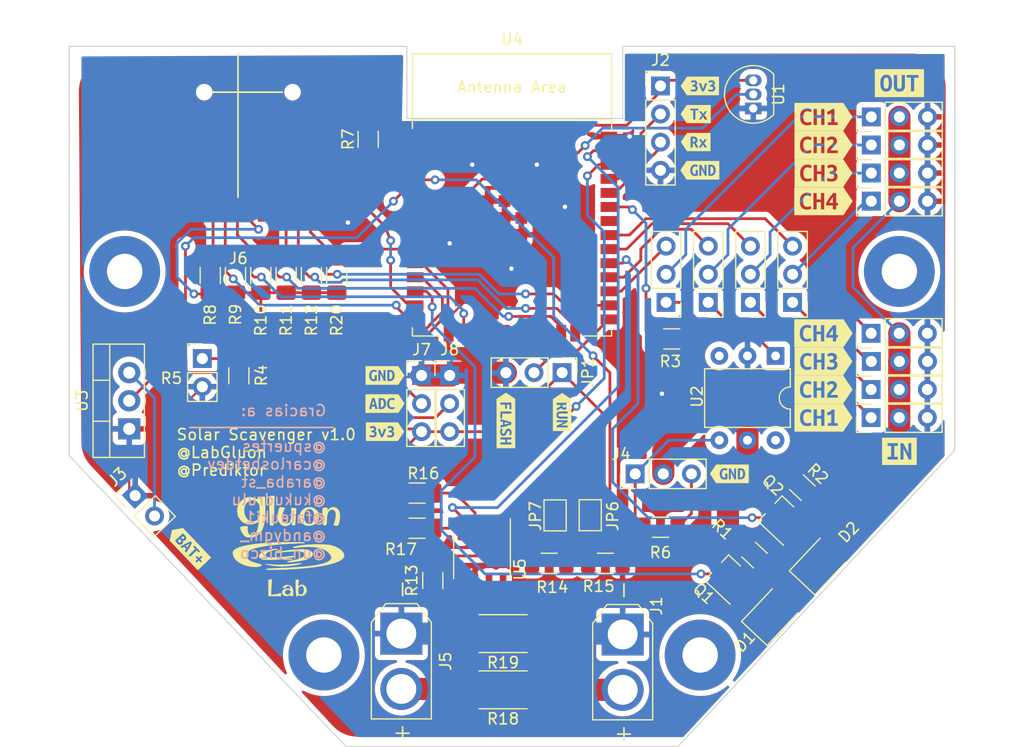
<source format=kicad_pcb>
(kicad_pcb (version 20221018) (generator pcbnew)
  (layers (0 "F.Cu" signal) (31 "B.Cu" signal) (34 "B.Paste" user) (35 "F.Paste" user) (36 "B.SilkS" user "B.Silkscreen") (37 "F.SilkS" user "F.Silkscreen") (38 "B.Mask" user) (39 "F.Mask" user) (44 "Edge.Cuts" user))
  (net 0 "")
  (net 1 "Net-(D1-K)")
  (net 2 "Net-(D1-A)")
  (net 3 "Net-(D2-K)")
  (net 4 "Net-(D2-A)")
  (net 5 "SUPPLY_IN_P")
  (net 6 "MOTOR_SUPPLY_N")
  (net 7 "+3V3")
  (net 8 "UART_TX")
  (net 9 "UART_RX")
  (net 10 "ESC_PWM")
  (net 11 "ESC_5V")
  (net 12 "ESC_GND")
  (net 13 "MOTOR_SUPPLY_P")
  (net 14 "Net-(J3-Pin_2)")
  (net 15 "/SD_DATA2")
  (net 16 "/SD_DATA3")
  (net 17 "/SD_CMD")
  (net 18 "/SD_CLK")
  (net 19 "/SD_DATA0")
  (net 20 "/SD_DATA1")
  (net 21 "ESP32_BOOT")
  (net 22 "CH1_ESP")
  (net 23 "CH2_ESP")
  (net 24 "CH3_ESP")
  (net 25 "CH4_ESP")
  (net 26 "LED_2")
  (net 27 "LED_1")
  (net 28 "PWM_TO_ESC")
  (net 29 "MOTOR_VOLTAGE")
  (net 30 "INA_SDA")
  (net 31 "INA_SCL")
  (net 32 "RUDDER_ADC")
  (net 33 "THROTTLE_ADC")
  (net 34 "Net-(J10-Pin_1)")
  (net 35 "Net-(J11-Pin_1)")
  (net 36 "Net-(J12-Pin_1)")
  (net 37 "Net-(J13-Pin_1)")
  (net 38 "Net-(J14-Pin_1)")
  (net 39 "Net-(J15-Pin_1)")
  (net 40 "Net-(J16-Pin_1)")
  (net 41 "Net-(J17-Pin_1)")
  (net 42 "Net-(JP6-B)")
  (net 43 "Net-(R3-Pad2)")
  (net 44 "LIGHT_SENSOR")
  (net 45 "Net-(R13-Pad1)")
  (net 55 "{slash}CD_DETECT")
  (net 56 "TEMP_SENSOR")
  (footprint "kibuzzard-63EE93FE" (layer "F.Cu") (at 168.148 64.008)
    (fp_text reference "kibuzzard-63EE93FE" hide)
    (fp_text value "G***" hide)
  )
  (footprint "Resistor_SMD:R_1206_3216Metric_Pad1.30x1.75mm_HandSolder" (layer "F.Cu") (at 119.587 53.708 -90)
    (fp_text reference "R11")
    (fp_text value "47k")
  )
  (footprint "Resistor_SMD:R_1206_3216Metric_Pad1.30x1.75mm_HandSolder" (layer "F.Cu") (at 127 41.402 90)
    (fp_text reference "R7")
    (fp_text value "10k")
  )
  (footprint "Connector_PinHeader_2.54mm:PinHeader_1x03_P2.54mm_Vertical" (layer "F.Cu") (at 172.451 58.928 90)
    (fp_text reference "J13" hide)
    (fp_text value "CH4_IN")
  )
  (footprint "kibuzzard-63EE9448" (layer "F.Cu") (at 168.148 58.928)
    (fp_text reference "kibuzzard-63EE9448" hide)
    (fp_text value "G***" hide)
  )
  (footprint "Connector_PinHeader_2.54mm:PinHeader_1x03_P2.54mm_Vertical" (layer "F.Cu") (at 131.826 62.738)
    (fp_text reference "J7")
    (fp_text value "RUDDER_POT")
  )
  (footprint "Connector_PinHeader_2.54mm:PinHeader_1x03_P2.54mm_Vertical" (layer "F.Cu") (at 172.466 61.468 90)
    (fp_text reference "J12" hide)
    (fp_text value "CH3_IN")
  )
  (footprint "kibuzzard-63F11F4E" (layer "F.Cu") (at 139.446 66.802 -90)
    (fp_text reference "kibuzzard-63F11F4E" hide)
    (fp_text value "G***" hide)
  )
  (footprint "Package_SO:SOIC-8_3.9x4.9mm_P1.27mm" (layer "F.Cu") (at 137.287 79.146 -90)
    (fp_text reference "U5")
    (fp_text value "INA219AxD")
  )
  (footprint "Connector_PinHeader_2.54mm:PinHeader_1x03_P2.54mm_Vertical" (layer "F.Cu") (at 144.526 62.484 -90)
    (fp_text reference "JP1")
    (fp_text value "BOOT_SELECT")
  )
  (footprint "Connector_AMASS:AMASS_XT30U-M_1x02_P5.0mm_Vertical" (layer "F.Cu") (at 150 86.146 -90)
    (fp_text reference "J1")
    (fp_text value "SolarConnector")
  )
  (footprint "LED_SMD:LED_1210_3225Metric_Pad1.42x2.65mm_HandSolder" (layer "F.Cu") (at 167.898155 79.689438 46.7)
    (fp_text reference "D2")
    (fp_text value "LED_2")
  )
  (footprint "Connector_PinHeader_2.54mm:PinHeader_1x03_P2.54mm_Vertical" (layer "F.Cu") (at 172.466 39.37 90)
    (fp_text reference "J14" hide)
    (fp_text value "CH1_OUT")
  )
  (footprint "Resistor_SMD:R_1206_3216Metric_Pad1.30x1.75mm_HandSolder" (layer "F.Cu") (at 117.301 53.708 -90)
    (fp_text reference "R10")
    (fp_text value "47k")
  )
  (footprint "Resistor_SMD:R_1206_3216Metric_Pad1.30x1.75mm_HandSolder" (layer "F.Cu") (at 153.416 76.454)
    (fp_text reference "R6")
    (fp_text value "1k")
  )
  (footprint "kibuzzard-63EE9448" (layer "F.Cu") (at 168.148 46.99)
    (fp_text reference "kibuzzard-63EE9448" hide)
    (fp_text value "G***" hide)
  )
  (footprint "Connector_PinHeader_2.54mm:PinHeader_1x03_P2.54mm_Vertical" (layer "F.Cu") (at 172.451 66.548 90)
    (fp_text reference "J10" hide)
    (fp_text value "CH1_IN")
  )
  (footprint "Connector_PinHeader_2.54mm:PinHeader_1x02_P2.54mm_Vertical" (layer "F.Cu") (at 112.014 61.214)
    (fp_text reference "R5")
    (fp_text value "R_Photo")
  )
  (footprint "Jumper:SolderJumper-2_P1.3mm_Open_Pad1.0x1.5mm" (layer "F.Cu") (at 143.891 75.383 90)
    (fp_text reference "JP7")
    (fp_text value "INA_A1")
  )
  (footprint "Connector_PinHeader_2.54mm:PinHeader_1x03_P2.54mm_Vertical" (layer "F.Cu") (at 134.366 62.738)
    (fp_text reference "J8")
    (fp_text value "THROTTLE_POt")
  )
  (footprint "MountingHole:MountingHole_3.2mm_M3_Pad" (layer "F.Cu") (at 105 53.34)
    (fp_text reference "REF**" hide)
    (fp_text value "MountingHole_3.2mm_M3_Pad")
  )
  (footprint "Package_TO_SOT_THT:TO-220-3_Vertical" (layer "F.Cu") (at 105.41 67.564 90)
    (fp_text reference "U3")
    (fp_text value "AP1117-33")
  )
  (footprint "Resistor_SMD:R_1206_3216Metric_Pad1.30x1.75mm_HandSolder" (layer "F.Cu") (at 112.729 53.708 -90)
    (fp_text reference "R8")
    (fp_text value "47k")
  )
  (footprint "Connector_PinHeader_2.54mm:PinHeader_1x03_P2.54mm_Vertical" (layer "F.Cu") (at 161.544 56.134 180)
    (fp_text reference "JP4" hide)
    (fp_text value "CH3")
  )
  (footprint "Connector_PinHeader_2.54mm:PinHeader_1x03_P2.54mm_Vertical" (layer "F.Cu") (at 172.451 64.008 90)
    (fp_text reference "J11" hide)
    (fp_text value "CH2_IN")
  )
  (footprint "MountingHole:MountingHole_3.2mm_M3_Pad" (layer "F.Cu") (at 175 53.34)
    (fp_text reference "REF**" hide)
    (fp_text value "MountingHole_3.2mm_M3_Pad")
  )
  (footprint "Connector_PinHeader_2.54mm:PinHeader_1x03_P2.54mm_Vertical" (layer "F.Cu") (at 151.13 71.628 90)
    (fp_text reference "J4")
    (fp_text value "ESC_PWM_CONTROL")
  )
  (footprint "microSD:microSD-Receptacle-SelfEject" (layer "F.Cu") (at 115.237 47.64 180)
    (fp_text reference "J6")
    (fp_text value "Micro_SD_Card")
  )
  (footprint "Connector_PinHeader_2.54mm:PinHeader_1x03_P2.54mm_Vertical" (layer "F.Cu") (at 153.924 56.134 180)
    (fp_text reference "JP2" hide)
    (fp_text value "CH1_MOTOR")
  )
  (footprint "Resistor_SMD:R_1206_3216Metric_Pad1.30x1.75mm_HandSolder" (layer "F.Cu") (at 131.419 76.541 180)
    (fp_text reference "R17")
    (fp_text value "1k")
  )
  (footprint "Resistor_SMD:R_2512_6332Metric_Pad1.40x3.35mm_HandSolder" (layer "F.Cu") (at 139.192 91.146 180)
    (fp_text reference "R18")
    (fp_text value "R100/2W")
  )
  (footprint "kibuzzard-63F12816" (layer "F.Cu") (at 128.524 62.738)
    (fp_text reference "kibuzzard-63F12816" hide)
    (fp_text value "G***" hide)
  )
  (footprint "Resistor_SMD:R_1206_3216Metric_Pad1.30x1.75mm_HandSolder" (layer "F.Cu") (at 154.432 59.436)
    (fp_text reference "R3")
    (fp_text value "220")
  )
  (footprint "Resistor_SMD:R_1206_3216Metric_Pad1.30x1.75mm_HandSolder" (layer "F.Cu") (at 148.437 79.716 180)
    (fp_text reference "R15")
    (fp_text value "330")
  )
  (footprint "Resistor_SMD:R_2512_6332Metric_Pad1.40x3.35mm_HandSolder" (layer "F.Cu") (at 139.192 86.066 180)
    (fp_text reference "R19")
    (fp_text value "R100/2W")
  )
  (footprint "kibuzzard-63F11F5A" (layer "F.Cu") (at 144.526 66.04 -90)
    (fp_text reference "kibuzzard-63F11F5A" hide)
    (fp_text value "G***" hide)
  )
  (footprint "Resistor_SMD:R_1206_3216Metric_Pad1.30x1.75mm_HandSolder" (layer "F.Cu") (at 143.357 79.716 180)
    (fp_text reference "R14")
    (fp_text value "1k")
  )
  (footprint "kibuzzard-63F12026" (layer "F.Cu") (at 159.639 71.628)
    (fp_text reference "kibuzzard-63F12026" hide)
    (fp_text value "G***" hide)
  )
  (footprint "Package_TO_SOT_THT:TO-92_Inline" (layer "F.Cu") (at 161.798 38.608 90)
    (fp_text reference "U1")
    (fp_text value "DS18B20")
  )
  (footprint "Connector_AMASS:AMASS_XT30U-M_1x02_P5.0mm_Vertical" (layer "F.Cu") (at 130 86.066 -90)
    (fp_text reference "J5")
    (fp_text value "ESC_connector")
  )
  (footprint "Resistor_SMD:R_1206_3216Metric_Pad1.30x1.75mm_HandSolder" (layer "F.Cu") (at 115.015 53.708 -90)
    (fp_text reference "R9")
    (fp_text value "47k")
  )
  (footprint "Connector_PinHeader_2.54mm:PinHeader_1x04_P2.54mm_Vertical" (layer "F.Cu") (at 153.416 36.576)
    (fp_text reference "J2")
    (fp_text value "PROGRAMMING")
  )
  (footprint "Connector_PinHeader_2.54mm:PinHeader_1x03_P2.54mm_Vertical" (layer "F.Cu") (at 172.466 46.99 90)
    (fp_text reference "J17" hide)
    (fp_text value "CH4_OUT")
  )
  (footprint "kibuzzard-63F127EF" (layer "F.Cu") (at 128.524 67.818)
    (fp_text reference "kibuzzard-63F127EF" hide)
    (fp_text value "G***" hide)
  )
  (footprint "LED_SMD:LED_1210_3225Metric_Pad1.42x2.65mm_HandSolder" (layer "F.Cu") (at 163.580155 84.261438 46.7)
    (fp_text reference "D1")
    (fp_text value "LED_1")
  )
  (footprint "Resistor_SMD:R_1206_3216Metric_Pad1.30x1.75mm_HandSolder" (layer "F.Cu") (at 166.232203 72.878456 -43.3)
    (fp_text reference "R2")
    (fp_text value "300")
  )
  (footprint "MountingHole:MountingHole_3.2mm_M3_Pad" (layer "F.Cu") (at 123 88)
    (fp_text reference "REF**" hide)
    (fp_text value "MountingHole_3.2mm_M3_Pad")
  )
  (footprint "Connector_PinHeader_2.54mm:PinHeader_1x03_P2.54mm_Vertical" (layer "F.Cu") (at 172.466 41.91 90)
    (fp_text reference "J15" hide)
    (fp_text value "CH2_OUT")
  )
  (footprint "Jumper:SolderJumper-2_P1.3mm_Open_Pad1.0x1.5mm" (layer "F.Cu") (at 147.066 75.368 90)
    (fp_text reference "JP6")
    (fp_text value "INA_A0")
  )
  (footprint "kibuzzard-63EE93D3" (layer "F.Cu") (at 168.148 66.548)
    (fp_text reference "kibuzzard-63EE93D3" hide)
    (fp_text value "G***" hide)
  )
  (footprint "kibuzzard-63F11AD1" (layer "F.Cu") (at 156.972 36.576)
    (fp_text reference "kibuzzard-63F11AD1" hide)
    (fp_text value "G***" hide)
  )
  (footprint "Package_TO_SOT_SMD:SOT-23_Handsoldering" (layer "F.Cu") (at 163.868968 75.288095 136.7)
    (fp_text reference "Q2")
    (fp_text value "IRLML2502")
  )
  (footprint "kibuzzard-63F12006" (layer "F.Cu") (at 110.744 78.232 -46.4)
    (fp_text reference "kibuzzard-63F12006" hide)
    (fp_text value "G***" hide)
  )
  (footprint "Resistor_SMD:R_1206_3216Metric_Pad1.30x1.75mm_HandSolder" (layer "F.Cu") (at 124.159 53.708 -90)
    (fp_text reference "R20")
    (fp_text value "47k")
  )
  (footprint "Resistor_SMD:R_1206_3216Metric_Pad1.30x1.75mm_HandSolder" (layer "F.Cu") (at 131.419 73.366 180)
    (fp_text reference "R16")
    (fp_text value "1k")
  )
  (footprint "Connector_PinHeader_2.54mm:PinHeader_1x02_P2.54mm_Vertical" (layer "F.Cu") (at 105.944366 73.598603 43.6)
    (fp_text reference "J3")
    (fp_text value "BatteryPack")
  )
  (footprint "kibuzzard-63EE9442" (layer "F.Cu") (at 168.148 44.45)
    (fp_text reference "kibuzzard-63EE9442" hide)
    (fp_text value "G***" hide)
  )
  (footprint "MountingHole:MountingHole_3.2mm_M3_Pad" (layer "F.Cu") (at 157 88)
    (fp_text reference "REF**" hide)
    (fp_text value "MountingHole_3.2mm_M3_Pad")
  )
  (footprint "kibuzzard-63F118F7" (layer "F.Cu") (at 175.006 69.596)
    (fp_text reference "kibuzzard-63F118F7" hide)
    (fp_text value "G***" hide)
  )
  (footprint "Resistor_SMD:R_1206_3216Metric_Pad1.30x1.75mm_HandSolder" (layer "F.Cu") (at 121.873 53.708 -90)
    (fp_text reference "R12")
    (fp_text value "47k")
  )
  (footprint "kibuzzard-63F11AC7" (layer "F.Cu") (at 156.972 44.196)
    (fp_text reference "kibuzzard-63F11AC7" hide)
    (fp_text value "G***" hide)
  )
  (footprint "Espressif:ESP32-WROOM-32E" (layer "F.Cu") (at 140 48.172)
    (fp_text reference "U4")
    (fp_text value "ESP32-WROOM-E")
  )
  (footprint "kibuzzard-63F1280A" (layer "F.Cu") (at 128.524 65.278)
    (fp_text reference "kibuzzard-63F1280A" hide)
    (fp_text value "G***" hide)
  )
  (footprint "kibuzzard-63F11AB7" (layer "F.Cu") (at 156.597816 41.646085)
    (fp_text reference "kibuzzard-63F11AB7" hide)
    (fp_text value "G***" hide)
  )
  (footprint "kibuzzard-63EE940D" (layer "F.Cu") (at 168.148 39.37)
    (fp_text reference "kibuzzard-63EE940D" hide)
    (fp_text value "G***" hide)
  )
  (footprint "Connector_PinHeader_2.54mm:PinHeader_1x03_P2.54mm_Vertical" (layer "F.Cu") (at 165.354 56.134 180)
    (fp_text reference "JP5" hide)
    (fp_text value "CH4")
  )
  (footprint "kibuzzard-63F118E7" (layer "F.Cu") (at 175.006 36.322)
    (fp_text reference "kibuzzard-63F118E7" hide)
    (fp_text value "G***" hide)
  )
  (footprint "Resistor_SMD:R_1206_3216Metric_Pad1.30x1.75mm_HandSolder" (layer "F.Cu") (at 132.842 81.266 -90)
    (fp_text reference "R13")
    (fp_text value "1k")
  )
  (footprint "Package_DIP:DIP-6_W7.62mm" (layer "F.Cu") (at 163.815 60.97 -90)
    (fp_text reference "U2")
    (fp_text value "4N25")
  )
  (footprint "Connector_PinHeader_2.54mm:PinHeader_1x03_P2.54mm_Vertical" (layer "F.Cu") (at 157.734 56.134 180)
    (fp_text reference "JP3" hide)
    (fp_text value "CH2")
  )
  (footprint "kibuzzard-63F11AB2" (layer "F.Cu") (at 156.597816 39.118478)
    (fp_text reference "kibuzzard-63F11AB2" hide)
    (fp_text value "G***" hide)
  )
  (footprint "Connector_PinHeader_2.54mm:PinHeader_1x03_P2.54mm_Vertical" (layer "F.Cu") (at 172.466 44.45 90)
    (fp_text reference "J16" hide)
    (fp_text value "CH3_OUT")
  )
  (footprint "GluonLib:LogoGluon_12mm" (layer "F.Cu") (at 119.761 77.851)
    (fp_text reference "G***" hide)
    (fp_text value "LOGO" hide)
  )
  (footprint "Resistor_SMD:R_1206_3216Metric_Pad1.30x1.75mm_HandSolder" (layer "F.Cu") (at 161.914203 78.974456 -43.3)
    (fp_text reference "R1")
    (fp_text value "300")
  )
  (footprint "kibuzzard-63EE941D" (layer "F.Cu") (at 168.148 61.468)
    (fp_text reference "kibuzzard-63EE941D" hide)
    (fp_text value "G***" hide)
  )
  (footprint "Package_TO_SOT_SMD:SOT-23_Handsoldering" (layer "F.Cu") (at 159.042968 80.622095 136.7)
    (fp_text reference "Q1")
    (fp_text value "IRLML2502")
  )
  (footprint "Resistor_SMD:R_1206_3216Metric_Pad1.30x1.75mm_HandSolder" (layer "F.Cu") (at 115.316 62.764 90)
    (fp_text reference "R4")
    (fp_text value "4k7")
  )
  (footprint "kibuzzard-63EE93FE" (layer "F.Cu") (at 168.148 41.91)
    (fp_text reference "kibuzzard-63EE93FE" hide)
    (fp_text value "G***" hide)
  )
  (gr_line (start 123.825 67.437) (end 110.871 67.437) (stroke (width 0.15)) (layer "B.SilkS"))
  (gr_line (start 180 69.492) (end 180 33) (stroke (width 0.1)) (layer "Edge.Cuts"))
  (gr_line (start 100 33) (end 100 70) (stroke (width 0.1)) (layer "Edge.Cuts"))
  (gr_line (start 130.5 33) (end 130.5 39.5) (stroke (width 0.1)) (layer "Edge.Cuts"))
  (gr_line (start 125 96.266) (end 155 96.266) (stroke (width 0.1)) (layer "Edge.Cuts"))
  (gr_line (start 155 96.266) (end 180 69.492) (stroke (width 0.1)) (layer "Edge.Cuts"))
  (gr_line (start 150 39.5) (end 150 33) (stroke (width 0.1)) (layer "Edge.Cuts"))
  (gr_line (start 100 33) (end 130.5 33) (stroke (width 0.1)) (layer "Edge.Cuts"))
  (gr_line (start 150 33) (end 180 33) (stroke (width 0.1)) (layer "Edge.Cuts"))
  (gr_line (start 100 70) (end 125 96.266) (stroke (width 0.1)) (layer "Edge.Cuts"))
  (gr_line (start 130.5 39.5) (end 150 39.5) (stroke (width 0.1)) (layer "Edge.Cuts"))
  (gr_text "Gracias a:\n\n@spuertes\n@carlosbetdev\n@araba_st\n@kukudrulu\n@fateuki1\n@andygm_\n@un_bizco" (at 123.317 79.375) (layer "B.SilkS") (effects (font (size 1 1)) (justify left bottom mirror)))
  (gr_text "Solar Scavenger v1.0\n@LabGluon\n@Prediktor\n" (at 109.601 71.882) (layer "F.SilkS") (effects (font (size 1 1)) (justify left bottom)))
  (segment (start 162.56 83.495283) (end 162.56 85.344) (width 0.25) (layer "F.Cu") (net 1))
  (segment (start 160.786155 81.721438) (end 162.56 83.495283) (width 0.25) (layer "F.Cu") (net 1))
  (segment (start 160.786155 80.959438) (end 160.786155 81.721438) (width 0.25) (layer "F.Cu") (net 1))
  (segment (start 164.60031 81.595533) (end 163.042251 80.037474) (width 0.25) (layer "F.Cu") (net 2))
  (segment (start 164.60031 83.178876) (end 164.60031 81.595533) (width 0.25) (layer "F.Cu") (net 2))
  (segment (start 165.612155 75.625438) (end 166.878 76.891283) (width 0.25) (layer "F.Cu") (net 3))
  (segment (start 166.878 76.891283) (end 166.878 80.772) (width 0.25) (layer "F.Cu") (net 3))
  (segment (start 168.91831 75.499533) (end 167.360251 73.941474) (width 0.25) (layer "F.Cu") (net 4))
  (segment (start 168.91831 78.606876) (end 168.91831 75.499533) (width 0.25) (layer "F.Cu") (net 4))
  (segment (start 139.192 81.621) (end 139.192 83.016) (width 0.25) (layer "F.Cu") (net 5))
  (segment (start 150 91.146) (end 142.242 91.146) (width 2) (layer "F.Cu") (net 5))
  (segment (start 139.192 83.016) (end 142.242 86.066) (width 0.25) (layer "F.Cu") (net 5))
  (segment (start 142.242 91.146) (end 142.242 86.066) (width 2) (layer "F.Cu") (net 5))
  (segment (start 127.964 37.54) (end 129.032 38.608) (width 0.25) (layer "F.Cu") (net 6))
  (segment (start 149.9108 85.5872) (end 149.352 86.146) (width 0.25) (layer "F.Cu") (net 6))
  (segment (start 134.28 57.972) (end 134.6386 57.6134) (width 0.2) (layer "F.Cu") (net 6))
  (segment (start 139.446 62.484) (end 134.77 62.484) (width 2) (layer "F.Cu") (net 6))
  (segment (start 143.6116 83.7184) (end 146.0392 86.146) (width 0.25) (layer "F.Cu") (net 6))
  (segment (start 130.57 41.162) (end 131.25 41.162) (width 0.25) (layer "F.Cu") (net 6))
  (segment (start 129.032 39.624) (end 130.57 41.162) (width 0.25) (layer "F.Cu") (net 6))
  (segment (start 129.032 38.608) (end 129.032 39.624) (width 0.25) (layer "F.Cu") (net 6))
  (segment (start 149.9108 79.7922) (end 149.9108 85.5872) (width 0.25) (layer "F.Cu") (net 6))
  (segment (start 108.137 47.44) (end 108.137 38.44) (width 0.25) (layer "F.Cu") (net 6))
  (segment (start 128.296 42.952) (end 127 42.952) (width 0.2) (layer "F.Cu") (net 6))
  (segment (start 139.7 79.8068) (end 146.0392 86.146) (width 0.25) (layer "F.Cu") (net 6))
  (segment (start 108.204 67.564) (end 112.014 63.754) (width 0.2) (layer "F.Cu") (net 6))
  (segment (start 138.71005 53.086) (end 139.954 53.086) (width 0.2) (layer "F.Cu") (net 6))
  (segment (start 123.287 47.14) (end 122.121 45.974) (width 0.25) (layer "F.Cu") (net 6))
  (segment (start 150.608 41.162) (end 150.622 41.148) (width 0.2) (layer "F.Cu") (net 6))
  (segment (start 136.652 81.621) (end 136.652 80.518) (width 0.25) (layer "F.Cu") (net 6))
  (segment (start 108.137 38.44) (end 107.237 37.54) (width 0.25) (layer "F.Cu") (net 6))
  (segment (start 131.25 43.702) (end 129.046 43.702) (width 0.2) (layer "F.Cu") (net 6))
  (segment (start 134.28 58.922) (end 134.28 57.972) (width 0.2) (layer "F.Cu") (net 6))
  (segment (start 146.0392 86.146) (end 149.352 86.146) (width 0.25) (layer "F.Cu") (net 6))
  (segment (start 123.287 47.14) (end 123.3908 47.14) (width 0.25) (layer "F.Cu") (net 6))
  (segment (start 108.305 38.608) (end 122.169 38.608) (width 0.25) (layer "F.Cu") (net 6))
  (segment (start 122.121 45.974) (end 119.2784 45.974) (width 0.25) (layer "F.Cu") (net 6))
  (segment (start 137.3632 79.8068) (end 139.7 79.8068) (width 0.25) (layer "F.Cu") (net 6))
  (segment (start 122.169 38.608) (end 123.237 37.54) (width 0.25) (layer "F.Cu") (net 6))
  (segment (start 143.6116 76.3124) (end 143.6116 83.7184) (width 0.25) (layer "F.Cu") (net 6))
  (segment (start 134.366 62.738) (end 131.826 62.738) (width 2) (layer "F.Cu") (net 6))
  (segment (start 129.046 43.702) (end 128.296 42.952) (width 0.2) (layer "F.Cu") (net 6))
  (segment (start 148.75 41.162) (end 150.608 41.162) (width 0.2) (layer "F.Cu") (net 6))
  (segment (start 136.652 80.518) (end 137.3632 79.8068) (width 0.25) (layer "F.Cu") (net 6))
  (segment (start 119.2784 45.974) (end 118.487 46.7654) (width 0.25) (layer "F.Cu") (net 6))
  (segment (start 149.987 79.716) (end 149.9108 79.7922) (width 0.25) (layer "F.Cu") (net 6))
  (segment (start 105.41 67.564) (end 108.204 67.564) (width 0.2) (layer "F.Cu") (net 6))
  (segment (start 143.891 76.033) (end 143.6116 76.3124) (width 0.25) (layer "F.Cu") (net 6))
  (segment (start 107.237 37.54) (end 108.305 38.608) (width 0.25) (layer "F.Cu") (net 6))
  (segment (start 123.3908 47.14) (end 125.1712 48.9204) (width 0.25) (layer "F.Cu") (net 6))
  (segment (start 134.6386 57.15745) (end 138.71005 53.086) (width 0.2) (layer "F.Cu") (net 6))
  (segment (start 134.6386 57.6134) (end 134.6386 57.15745) (width 0.2) (layer "F.Cu") (net 6))
  (segment (start 105.41 73.064237) (end 105.944366 73.598603) (width 0.2) (layer "F.Cu") (net 6))
  (segment (start 134.77 62.484) (end 134.516 62.738) (width 2) (layer "F.Cu") (net 6))
  (segment (start 118.487 46.7654) (end 118.487 47.84) (width 0.25) (layer "F.Cu") (net 6))
  (segment (start 105.41 67.564) (end 105.41 73.064237) (width 0.2) (layer "F.Cu") (net 6))
  (segment (start 123.237 37.54) (end 127.964 37.54) (width 0.25) (layer "F.Cu") (net 6))
  (via (at 134.366 50.8) (size 0.8) (drill 0.4) (layers "F.Cu" "B.Cu") (net 6))
  (via (at 144.78 47.498) (size 0.8) (drill 0.4) (layers "F.Cu" "B.Cu") (net 6))
  (via (at 125.1712 48.9204) (size 0.8) (drill 0.4) (layers "F.Cu" "B.Cu") (net 6))
  (via (at 150.622 41.148) (size 0.8) (drill 0.4) (layers "F.Cu" "B.Cu") (net 6))
  (via (at 142.24 43.688) (size 0.8) (drill 0.4) (layers "F.Cu" "B.Cu") (net 6))
  (via (at 136.398 43.688) (size 0.8) (drill 0.4) (layers "F.Cu" "B.Cu") (net 6))
  (via (at 139.954 53.086) (size 0.8) (drill 0.4) (layers "F.Cu" "B.Cu") (net 6))
  (via (at 153.543 64.389) (size 0.8) (drill 0.4) (layers "F.Cu" "B.Cu") (net 6))
  (segment (start 130 86.066) (end 149.92 86.066) (width 2) (layer "B.Cu") (net 6))
  (segment (start 149.272 86.066) (end 149.352 86.146) (width 2) (layer "B.Cu") (net 6))
  (segment (start 149.92 86.066) (end 150 86.146) (width 2) (layer "B.Cu") (net 6))
  (segment (start 124.46 67.564) (end 131.572 67.564) (width 0.25) (layer "F.Cu") (net 7))
  (segment (start 129.869 79.7802) (end 129.869 76.541) (width 0.25) (layer "F.Cu") (net 7))
  (segment (start 113.486 62.484) (end 107.95 62.484) (width 0.25) (layer "F.Cu") (net 7))
  (segment (start 115.316 64.314) (end 116.026 64.314) (width 0.25) (layer "F.Cu") (net 7))
  (segment (start 148.141 66.099) (end 144.526 62.484) (width 0.25) (layer "F.Cu") (net 7))
  (segment (start 150.368 40.132) (end 153.416 37.084) (width 0.25) (layer "F.Cu") (net 7))
  (segment (start 116.287 46.59) (end 123.025 39.852) (width 0.25) (layer "F.Cu") (net 7))
  (segment (start 117.301 63.039) (end 117.301 55.258) (width 0.25) (layer "F.Cu") (net 7))
  (segment (start 148.066 76.018) (end 148.141 75.943) (width 0.25) (layer "F.Cu") (net 7))
  (segment (start 117.301 55.258) (end 115.015 55.258) (width 0.25) (layer "F.Cu") (net 7))
  (segment (start 111.252 55.372) (end 112.615 55.372) (width 0.25) (layer "F.Cu") (net 7))
  (segment (start 130.85 42.432) (end 128.27 39.852) (width 0.25) (layer "F.Cu") (net 7))
  (segment (start 161.798 36.068) (end 153.924 36.068) (width 0.25) (layer "F.Cu") (net 7))
  (segment (start 153.924 36.068) (end 153.416 36.576) (width 0.25) (layer "F.Cu") (net 7))
  (segment (start 116.287 47.84) (end 116.287 48.723) (width 0.25) (layer "F.Cu") (net 7))
  (segment (start 146.6596 40.132) (end 150.368 40.132) (width 0.25) (layer "F.Cu") (net 7))
  (segment (start 119.935 63.039) (end 124.46 67.564) (width 0.25) (layer "F.Cu") (net 7))
  (segment (start 139.192 67.818) (end 134.366 67.818) (width 0.25) (layer "F.Cu") (net 7))
  (segment (start 153.416 37.084) (end 153.416 36.576) (width 0.25) (layer "F.Cu") (net 7))
  (segment (start 117.301 63.039) (end 119.935 63.039) (width 0.25) (layer "F.Cu") (net 7))
  (segment (start 131.318 81.2292) (end 129.869 79.7802) (width 0.25) (layer "F.Cu") (net 7))
  (segment (start 144.3596 42.432) (end 146.6596 40.132) (width 0.25) (layer "F.Cu") (net 7))
  (segment (start 148.141 75.943) (end 148.141 66.099) (width 0.25) (layer "F.Cu") (net 7))
  (segment (start 116.287 47.84) (end 116.287 46.59) (width 0.25) (layer "F.Cu") (net 7))
  (segment (start 116.287 48.723) (end 117.094 49.53) (width 0.25) (layer "F.Cu") (net 7))
  (segment (start 135.382 81.621) (end 134.9902 81.2292) (width 0.25) (layer "F.Cu") (net 7))
  (segment (start 131.25 42.432) (end 130.85 42.432) (width 0.25) (layer "F.Cu") (net 7))
  (segment (start 134.9902 81.2292) (end 131.318 81.2292) (width 0.25) (layer "F.Cu") (net 7))
  (segment (start 115.316 64.314) (end 113.486 62.484) (width 0.25) (layer "F.Cu") (net 7))
  (segment (start 129.869 73.366) (end 129.869 76.541) (width 0.25) (layer "F.Cu") (net 7))
  (segment (start 116.026 64.314) (end 117.301 63.039) (width 0.25) (layer "F.Cu") (net 7))
  (segment (start 131.25 42.432) (end 144.3596 42.432) (width 0.25) (layer "F.Cu") (net 7))
  (segment (start 123.025 39.852) (end 128.27 39.852) (width 0.25) (layer "F.Cu") (net 7))
  (segment (start 147.066 76.018) (end 148.066 76.018) (width 0.25) (layer "F.Cu") (net 7))
  (segment (start 115.015 55.258) (end 112.729 55.258) (width 0.25) (layer "F.Cu") (net 7))
  (segment (start 131.572 67.564) (end 131.826 67.818) (width 0.25) (layer "F.Cu") (net 7))
  (segment (start 107.95 62.484) (end 105.41 65.024) (width 0.25) (layer "F.Cu") (net 7))
  (segment (start 124.159 55.258) (end 121.873 55.258) (width 0.25) (layer "F.Cu") (net 7))
  (segment (start 121.873 55.258) (end 119.587 55.258) (width 0.25) (layer "F.Cu") (net 7))
  (segment (start 131.826 67.818) (end 134.366 67.818) (width 0.25) (layer "F.Cu") (net 7))
  (segment (start 129.869 69.775) (end 131.826 67.818) (width 0.25) (layer "F.Cu") (net 7))
  (segment (start 144.526 62.484) (end 139.192 67.818) (width 0.25) (layer "F.Cu") (net 7))
  (segment (start 112.615 55.372) (end 112.729 55.258) (width 0.25) (layer "F.Cu") (net 7))
  (segment (start 129.869 73.366) (end 129.869 69.775) (width 0.25) (layer "F.Cu") (net 7))
  (segment (start 119.587 55.258) (end 117.301 55.258) (width 0.25) (layer "F.Cu") (net 7))
  (via (at 117.094 49.53) (size 0.8) (drill 0.4) (layers "F.Cu" "B.Cu") (net 7))
  (via (at 111.252 55.372) (size 0.8) (drill 0.4) (layers "F.Cu" "B.Cu") (net 7))
  (segment (start 109.728 53.848) (end 111.252 55.372) (width 0.25) (layer "B.Cu") (net 7))
  (segment (start 109.728 50.790695) (end 109.728 53.848) (width 0.25) (layer "B.Cu") (net 7))
  (segment (start 110.988695 49.53) (end 109.728 50.790695) (width 0.25) (layer "B.Cu") (net 7))
  (segment (start 117.094 49.53) (end 110.988695 49.53) (width 0.25) (layer "B.Cu") (net 7))
  (segment (start 151.638 40.894) (end 151.638 42.926) (width 0.25) (layer "F.Cu") (net 8))
  (segment (start 151.638 42.926) (end 149.592 44.972) (width 0.25) (layer "F.Cu") (net 8))
  (segment (start 149.592 44.972) (end 148.75 44.972) (width 0.25) (layer "F.Cu") (net 8))
  (segment (start 153.416 39.116) (end 151.638 40.894) (width 0.25) (layer "F.Cu") (net 8))
  (segment (start 153.416 41.656) (end 153.416 42.156) (width 0.25) (layer "F.Cu") (net 9))
  (segment (start 149.33 46.242) (end 148.75 46.242) (width 0.25) (layer "F.Cu") (net 9))
  (segment (start 153.416 42.156) (end 149.33 46.242) (width 0.25) (layer "F.Cu") (net 9))
  (segment (start 151.13 75.718) (end 151.13 71.628) (width 0.25) (layer "F.Cu") (net 10))
  (segment (start 151.866 76.454) (end 151.13 75.718) (width 0.25) (layer "F.Cu") (net 10))
  (segment (start 154.168 68.59) (end 158.735 68.59) (width 0.25) (layer "B.Cu") (net 10))
  (segment (start 151.13 71.628) (end 154.168 68.59) (width 0.25) (layer "B.Cu") (net 10))
  (segment (start 174.991 68.108) (end 173.4014 69.6976) (width 2) (layer "F.Cu") (net 11))
  (segment (start 163.068 71.815438) (end 165.104155 71.815438) (width 2) (layer "F.Cu") (net 11))
  (segment (start 175.006 46.99) (end 175.006 44.45) (width 2) (layer "F.Cu") (net 11))
  (segment (start 173.4014 69.6976) (end 167.221993 69.6976) (width 2) (layer "F.Cu") (net 11))
  (segment (start 175.006 58.943) (end 174.991 58.928) (width 2) (layer "F.Cu") (net 11))
  (segment (start 161.275 68.59) (end 161.275 67.45863) (width 2) (layer "F.Cu") (net 11))
  (segment (start 157.226 66.04) (end 153.67 69.596) (width 2) (layer "F.Cu") (net 11))
  (segment (start 161.102562 71.815438) (end 163.068 71.815438) (width 2) (layer "F.Cu") (net 11))
  (segment (start 163.068 71.815438) (end 161.275 70.022438) (width 2) (layer "F.Cu") (net 11))
  (segment (start 174.991 66.548) (end 174.991 68.108) (width 2) (layer "F.Cu") (net 11))
  (segment (start 159.512 76.637283) (end 159.512 73.406) (width 2) (layer "F.Cu") (net 11))
  (segment (start 175.006 61.468) (end 175.006 58.943) (width 2) (layer "F.Cu") (net 11))
  (segment (start 174.991 61.483) (end 175.006 61.468) (width 2) (layer "F.Cu") (net 11))
  (segment (start 161.275 70.022438) (end 161.275 68.59) (width 2) (layer "F.Cu") (net 11))
  (segment (start 161.275 67.45863) (end 159.85637 66.04) (width 2) (layer "F.Cu") (net 11))
  (segment (start 167.221993 69.6976) (end 165.104155 71.815438) (width 2) (layer "F.Cu") (net 11))
  (segment (start 175.006 39.37) (end 175.006 41.91) (width 2) (layer "F.Cu") (net 11))
  (segment (start 175.006 41.91) (end 175.006 44.45) (width 2) (layer "F.Cu") (net 11))
  (segment (start 174.991 64.008) (end 174.991 61.483) (width 2) (layer "F.Cu") (net 11))
  (segment (start 159.512 73.406) (end 161.102562 71.815438) (width 2) (layer "F.Cu") (net 11))
  (segment (start 153.67 69.596) (end 153.67 71.628) (width 2) (layer "F.Cu") (net 11))
  (segment (start 159.85637 66.04) (end 157.226 66.04) (width 2) (layer "F.Cu") (net 11))
  (segment (start 160.786155 77.911438) (end 159.512 76.637283) (width 2) (layer "F.Cu") (net 11))
  (segment (start 174.991 64.008) (end 174.991 66.548) (width 2) (layer "F.Cu") (net 11))
  (segment (start 170.815 54.752) (end 170.815 51.181) (width 0.25) (layer "B.Cu") (net 11))
  (segment (start 170.815 51.181) (end 175.006 46.99) (width 0.25) (layer "B.Cu") (net 11))
  (segment (start 174.991 58.928) (end 170.815 54.752) (width 0.25) (layer "B.Cu") (net 11))
  (segment (start 154.966 76.454) (end 156.21 75.21) (width 0.25) (layer "F.Cu") (net 12))
  (segment (start 156.21 75.21) (end 156.21 71.628) (width 0.25) (layer "F.Cu") (net 12))
  (segment (start 136.062 91.066) (end 136.142 91.146) (width 2) (layer "F.Cu") (net 13))
  (segment (start 130 91.066) (end 136.062 91.066) (width 2) (layer "F.Cu") (net 13))
  (segment (start 132.842 82.816) (end 132.892 82.816) (width 0.25) (layer "F.Cu") (net 13))
  (segment (start 132.892 82.816) (end 136.142 86.066) (width 0.25) (layer "F.Cu") (net 13))
  (segment (start 137.922 81.621) (end 137.922 84.286) (width 0.25) (layer "F.Cu") (net 13))
  (segment (start 136.142 86.066) (end 136.062 86.146) (width 0.25) (layer "F.Cu") (net 13))
  (segment (start 136.142 91.146) (end 136.142 86.066) (width 2) (layer "F.Cu") (net 13))
  (segment (start 137.922 84.286) (end 136.142 86.066) (width 0.25) (layer "F.Cu") (net 13))
  (segment (start 105.41 62.484) (end 107.696 64.77) (width 0.25) (layer "B.Cu") (net 14))
  (segment (start 107.696 64.77) (end 107.696 75.438) (width 0.25) (layer "B.Cu") (net 14))
  (segment (start 112.9575 52.158) (end 114.808 54.0085) (width 0.25) (layer "F.Cu") (net 15))
  (segment (start 129.54 56.542) (end 130.67 57.672) (width 0.25) (layer "F.Cu") (net 15))
  (segment (start 130.67 57.672) (end 131.25 57.672) (width 0.25) (layer "F.Cu") (net 15))
  (segment (start 112.987 51.9) (end 112.987 47.84) (width 0.25) (layer "F.Cu") (net 15))
  (segment (start 112.729 52.158) (end 112.987 51.9) (width 0.25) (layer "F.Cu") (net 15))
  (segment (start 129.54 56.388) (end 129.54 56.542) (width 0.25) (layer "F.Cu") (net 15))
  (segment (start 112.729 52.158) (end 112.9575 52.158) (width 0.25) (layer "F.Cu") (net 15))
  (via (at 129.54 56.388) (size 0.8) (drill 0.4) (layers "F.Cu" "B.Cu") (net 15))
  (via (at 114.808 54.0085) (size 0.8) (drill 0.4) (layers "F.Cu" "B.Cu") (net 15))
  (segment (start 117.1875 56.388) (end 114.808 54.0085) (width 0.25) (layer "B.Cu") (net 15))
  (segment (start 129.54 56.388) (end 117.1875 56.388) (width 0.25) (layer "B.Cu") (net 15))
  (segment (start 115.015 52.158) (end 114.087 51.23) (width 0.25) (layer "F.Cu") (net 16))
  (segment (start 135.636 57.15) (end 135.636 58.836) (width 0.25) (layer "F.Cu") (net 16))
  (segment (start 114.087 51.23) (end 114.087 47.84) (width 0.25) (layer "F.Cu") (net 16))
  (segment (start 116.705 53.848) (end 117.348 53.848) (width 0.25) (layer "F.Cu") (net 16))
  (segment (start 135.636 58.836) (end 135.55 58.922) (width 0.25) (layer "F.Cu") (net 16))
  (segment (start 115.015 52.158) (end 116.705 53.848) (width 0.25) (layer "F.Cu") (net 16))
  (via (at 117.348 53.848) (size 0.8) (drill 0.4) (layers "F.Cu" "B.Cu") (net 16))
  (via (at 135.636 57.15) (size 0.8) (drill 0.4) (layers "F.Cu" "B.Cu") (net 16))
  (segment (start 135.636 56.896) (end 135.636 57.15) (width 0.25) (layer "B.Cu") (net 16))
  (segment (start 117.348 53.848) (end 119.126 55.626) (width 0.25) (layer "B.Cu") (net 16))
  (segment (start 134.366 55.626) (end 135.636 56.896) (width 0.25) (layer "B.Cu") (net 16))
  (segment (start 119.126 55.626) (end 134.366 55.626) (width 0.25) (layer "B.Cu") (net 16))
  (segment (start 143.502 57.404) (end 144.44 58.342) (width 0.25) (layer "F.Cu") (net 17))
  (segment (start 117.301 52.158) (end 118.991 53.848) (width 0.25) (layer "F.Cu") (net 17))
  (segment (start 144.44 58.342) (end 144.44 58.922) (width 0.25) (layer "F.Cu") (net 17))
  (segment (start 117.301 52.158) (end 115.187 50.044) (width 0.25) (layer "F.Cu") (net 17))
  (segment (start 118.991 53.848) (end 119.634 53.848) (width 0.25) (layer "F.Cu") (net 17))
  (segment (start 139.7 57.404) (end 143.502 57.404) (width 0.25) (layer "F.Cu") (net 17))
  (segment (start 115.187 50.044) (end 115.187 47.84) (width 0.25) (layer "F.Cu") (net 17))
  (via (at 139.7 57.404) (size 0.8) (drill 0.4) (layers "F.Cu" "B.Cu") (net 17))
  (via (at 119.634 53.848) (size 0.8) (drill 0.4) (layers "F.Cu" "B.Cu") (net 17))
  (segment (start 139.7 57.404) (end 139.192 57.404) (width 0.25) (layer "B.Cu") (net 17))
  (segment (start 120.65 54.864) (end 119.634 53.848) (width 0.25) (layer "B.Cu") (net 17))
  (segment (start 139.192 57.404) (end 136.652 54.864) (width 0.25) (layer "B.Cu") (net 17))
  (segment (start 136.652 54.864) (end 120.65 54.864) (width 0.25) (layer "B.Cu") (net 17))
  (segment (start 129.032 50.546) (end 128.524 49.276) (width 0.25) (layer "F.Cu") (net 18))
  (segment (start 119.0698 44.9072) (end 117.387 46.59) (width 0.25) (layer "F.Cu") (net 18))
  (segment (start 129.032 52.324) (end 129.032 54.764) (width 0.25) (layer "F.Cu") (net 18))
  (segment (start 128.524 49.276) (end 124.1552 44.9072) (width 0.25) (layer "F.Cu") (net 18))
  (segment (start 117.387 46.59) (end 117.387 47.84) (width 0.25) (layer "F.Cu") (net 18))
  (segment (start 129.032 54.764) (end 130.67 56.402) (width 0.25) (layer "F.Cu") (net 18))
  (segment (start 130.67 56.402) (end 131.25 56.402) (width 0.25) (layer "F.Cu") (net 18))
  (segment (start 124.1552 44.9072) (end 119.0698 44.9072) (width 0.25) (layer "F.Cu") (net 18))
  (via (at 129.032 52.324) (size 0.8) (drill 0.4) (layers "F.Cu" "B.Cu") (net 18))
  (via (at 129.032 50.546) (size 0.8) (drill 0.4) (layers "F.Cu" "B.Cu") (net 18))
  (segment (start 129.032 51.816) (end 129.032 52.324) (width 0.25) (layer "B.Cu") (net 18))
  (segment (start 129.032 50.546) (end 129.032 51.816) (width 0.25) (layer "B.Cu") (net 18))
  (segment (start 121.724827 53.848) (end 122.174 53.848) (width 0.25) (layer "F.Cu") (net 19))
  (segment (start 120.034827 52.158) (end 121.724827 53.848) (width 0.25) (layer "F.Cu") (net 19))
  (segment (start 141.224 56.6795) (end 144.0475 56.6795) (width 0.25) (layer "F.Cu") (net 19))
  (segment (start 119.587 52.158) (end 120.034827 52.158) (width 0.25) (layer "F.Cu") (net 19))
  (segment (start 119.587 52.158) (end 119.587 47.84) (width 0.25) (layer "F.Cu") (net 19))
  (segment (start 144.0475 56.6795) (end 145.71 58.342) (width 0.25) (layer "F.Cu") (net 19))
  (segment (start 145.71 58.342) (end 145.71 58.922) (width 0.25) (layer "F.Cu") (net 19))
  (via (at 141.224 56.6795) (size 0.8) (drill 0.4) (layers "F.Cu" "B.Cu") (net 19))
  (via (at 122.174 53.848) (size 0.8) (drill 0.4) (layers "F.Cu" "B.Cu") (net 19))
  (segment (start 124.723305 54.102) (end 124.506305 54.319) (width 0.25) (layer "B.Cu") (net 19))
  (segment (start 139.483 56.679) (end 136.906 54.102) (width 0.25) (layer "B.Cu") (net 19))
  (segment (start 141.224 56.6795) (end 141.2235 56.679) (width 0.25) (layer "B.Cu") (net 19))
  (segment (start 124.506305 54.319) (end 122.645 54.319) (width 0.25) (layer "B.Cu") (net 19))
  (segment (start 136.906 54.102) (end 124.723305 54.102) (width 0.25) (layer "B.Cu") (net 19))
  (segment (start 122.645 54.319) (end 122.174 53.848) (width 0.25) (layer "B.Cu") (net 19))
  (segment (start 141.2235 56.679) (end 139.483 56.679) (width 0.25) (layer "B.Cu") (net 19))
  (segment (start 144.794 56.402) (end 148.75 56.402) (width 0.25) (layer "F.Cu") (net 20))
  (segment (start 121.873 52.158) (end 123.309 53.594) (width 0.25) (layer "F.Cu") (net 20))
  (segment (start 123.309 53.594) (end 124.206 53.594) (width 0.25) (layer "F.Cu") (net 20))
  (segment (start 141.224 55.372) (end 143.764 55.372) (width 0.25) (layer "F.Cu") (net 20))
  (segment (start 120.687 50.972) (end 120.687 47.84) (width 0.25) (layer "F.Cu") (net 20))
  (segment (start 143.764 55.372) (end 144.794 56.402) (width 0.25) (layer "F.Cu") (net 20))
  (segment (start 121.873 52.158) (end 120.687 50.972) (width 0.25) (layer "F.Cu") (net 20))
  (via (at 124.206 53.594) (size 0.8) (drill 0.4) (layers "F.Cu" "B.Cu") (net 20))
  (via (at 141.224 55.372) (size 0.8) (drill 0.4) (layers "F.Cu" "B.Cu") (net 20))
  (segment (start 137.034396 53.594) (end 124.206 53.594) (width 0.25) (layer "B.Cu") (net 20))
  (segment (start 141.224 55.372) (end 138.812396 55.372) (width 0.25) (layer "B.Cu") (net 20))
  (segment (start 138.812396 55.372) (end 137.034396 53.594) (width 0.25) (layer "B.Cu") (net 20))
  (segment (start 144.018 60.452) (end 145.97 60.452) (width 0.25) (layer "F.Cu") (net 21))
  (segment (start 145.97 60.452) (end 148.75 57.672) (width 0.25) (layer "F.Cu") (net 21))
  (segment (start 141.986 62.484) (end 144.018 60.452) (width 0.25) (layer "F.Cu") (net 21))
  (segment (start 149.846 55.132) (end 148.75 55.132) (width 0.25) (layer "F.Cu") (net 22))
  (segment (start 153.924 51.054) (end 149.846 55.132) (width 0.25) (layer "F.Cu") (net 22))
  (segment (start 151.638 51.308) (end 151.638 52.324) (width 0.25) (layer "F.Cu") (net 23))
  (segment (start 156.21 49.53) (end 153.416 49.53) (width 0.25) (layer "F.Cu") (net 23))
  (segment (start 157.734 51.054) (end 156.21 49.53) (width 0.25) (layer "F.Cu") (net 23))
  (segment (start 150.1 53.862) (end 148.75 53.862) (width 0.25) (layer "F.Cu") (net 23))
  (segment (start 153.416 49.53) (end 151.638 51.308) (width 0.25) (layer "F.Cu") (net 23))
  (segment (start 151.638 52.324) (end 150.1 53.862) (width 0.25) (layer "F.Cu") (net 23))
  (segment (start 152.654 49.022) (end 150.354 51.322) (width 0.25) (layer "F.Cu") (net 24))
  (segment (start 159.512 49.022) (end 152.654 49.022) (width 0.25) (layer "F.Cu") (net 24))
  (segment (start 150.354 51.322) (end 148.75 51.322) (width 0.25) (layer "F.Cu") (net 24))
  (segment (start 161.544 51.054) (end 159.512 49.022) (width 0.25) (layer "F.Cu") (net 24))
  (segment (start 162.872 48.572) (end 152.088 48.572) (width 0.25) (layer "F.Cu") (net 25))
  (segment (start 152.088 48.572) (end 150.608 50.052) (width 0.25) (layer "F.Cu") (net 25))
  (segment (start 165.354 51.054) (end 162.872 48.572) (width 0.25) (layer "F.Cu") (net 25))
  (segment (start 150.608 50.052) (end 148.75 50.052) (width 0.25) (layer "F.Cu") (net 25))
  (segment (start 132.7912 55.6732) (end 132.7912 56.5404) (width 0.25) (layer "F.Cu") (net 26))
  (segment (start 131.25 55.132) (end 132.25 55.132) (width 0.25) (layer "F.Cu") (net 26))
  (segment (start 157.811293 80.6704) (end 159.4831 82.342207) (width 0.25) (layer "F.Cu") (net 26))
  (segment (start 157.0736 80.6704) (end 157.811293 80.6704) (width 0.25) (layer "F.Cu") (net 26))
  (segment (start 132.25 55.132) (end 132.7912 55.6732) (width 0.25) (layer "F.Cu") (net 26))
  (via (at 157.0736 80.6704) (size 0.8) (drill 0.4) (layers "F.Cu" "B.Cu") (net 26))
  (via (at 132.7912 56.5404) (size 0.8) (drill 0.4) (layers "F.Cu" "B.Cu") (net 26))
  (segment (start 133.604 73.152) (end 136.652 70.104) (width 0.25) (layer "B.Cu") (net 26))
  (segment (start 136.652 70.104) (end 136.652 61.976) (width 0.25) (layer "B.Cu") (net 26))
  (segment (start 157.0736 80.6704) (end 137.5664 80.6704) (width 0.25) (layer "B.Cu") (net 26))
  (segment (start 137.5664 80.6704) (end 133.604 76.708) (width 0.25) (layer "B.Cu") (net 26))
  (segment (start 136.652 61.976) (end 132.7912 58.1152) (width 0.25) (layer "B.Cu") (net 26))
  (segment (start 133.604 76.708) (end 133.604 73.152) (width 0.25) (layer "B.Cu") (net 26))
  (segment (start 132.7912 58.1152) (end 132.7912 56.5404) (width 0.25) (layer "B.Cu") (net 26))
  (segment (start 162.891293 75.5904) (end 164.3091 77.008207) (width 0.25) (layer "F.Cu") (net 27))
  (segment (start 148.75 52.592) (end 149.9984 52.592) (width 0.25) (layer "F.Cu") (net 27))
  (segment (start 149.9984 52.592) (end 150.3172 52.2732) (width 0.25) (layer "F.Cu") (net 27))
  (segment (start 161.6964 75.5904) (end 162.891293 75.5904) (width 0.25) (layer "F.Cu") (net 27))
  (via (at 161.6964 75.5904) (size 0.8) (drill 0.4) (layers "F.Cu" "B.Cu") (net 27))
  (via (at 150.3172 52.2732) (size 0.8) (drill 0.4) (layers "F.Cu" "B.Cu") (net 27))
  (segment (start 161.6964 75.5904) (end 152.2984 75.5904) (width 0.25) (layer "B.Cu") (net 27))
  (segment (start 152.2984 75.5904) (end 149.098 72.39) (width 0.25) (layer "B.Cu") (net 27))
  (segment (start 149.098 67.564) (end 151.384 65.278) (width 0.25) (layer "B.Cu") (net 27))
  (segment (start 149.098 72.39) (end 149.098 67.564) (width 0.25) (layer "B.Cu") (net 27))
  (segment (start 151.384 53.34) (end 150.3172 52.2732) (width 0.25) (layer "B.Cu") (net 27))
  (segment (start 151.384 65.278) (end 151.384 53.34) (width 0.25) (layer "B.Cu") (net 27))
  (segment (start 152.1085 58.6625) (end 152.1085 54.864) (width 0.25) (layer "F.Cu") (net 28))
  (segment (start 150.636 47.512) (end 148.75 47.512) (width 0.25) (layer "F.Cu") (net 28))
  (segment (start 150.876 47.752) (end 150.636 47.512) (width 0.25) (layer "F.Cu") (net 28))
  (segment (start 152.882 59.436) (end 152.1085 58.6625) (width 0.25) (layer "F.Cu") (net 28))
  (via (at 152.1085 54.864) (size 0.8) (drill 0.4) (layers "F.Cu" "B.Cu") (net 28))
  (via (at 150.876 47.752) (size 0.8) (drill 0.4) (layers "F.Cu" "B.Cu") (net 28))
  (segment (start 150.876 47.752) (end 152.1085 48.9845) (width 0.25) (layer "B.Cu") (net 28))
  (segment (start 152.1085 48.9845) (end 152.1085 54.864) (width 0.25) (layer "B.Cu") (net 28))
  (segment (start 147.32 60.96) (end 148.844 62.484) (width 0.25) (layer "F.Cu") (net 29))
  (segment (start 131.3376 45.0596) (end 131.25 44.972) (width 0.25) (layer "F.Cu") (net 29))
  (segment (start 147.0552 79.716) (end 146.887 79.716) (width 0.25) (layer "F.Cu") (net 29))
  (segment (start 148.844 77.8764) (end 147.0552 79.6652) (width 0.25) (layer "F.Cu") (net 29))
  (segment (start 146.887 79.716) (end 144.907 79.716) (width 0.25) (layer "F.Cu") (net 29))
  (segment (start 148.844 62.484) (end 148.844 77.8764) (width 0.25) (layer "F.Cu") (net 29))
  (segment (start 147.0552 79.6652) (end 147.0552 79.716) (width 0.25) (layer "F.Cu") (net 29))
  (segment (start 133.0452 45.0596) (end 131.3376 45.0596) (width 0.25) (layer "F.Cu") (net 29))
  (via (at 147.32 60.96) (size 0.8) (drill 0.4) (layers "F.Cu" "B.Cu") (net 29))
  (via (at 133.0452 45.0596) (size 0.8) (drill 0.4) (layers "F.Cu" "B.Cu") (net 29))
  (segment (start 143.764 57.404) (end 143.764 52.060695) (width 0.25) (layer "B.Cu") (net 29))
  (segment (start 143.764 52.060695) (end 136.762905 45.0596) (width 0.25) (layer "B.Cu") (net 29))
  (segment (start 136.762905 45.0596) (end 133.0452 45.0596) (width 0.25) (layer "B.Cu") (net 29))
  (segment (start 147.32 60.96) (end 143.764 57.404) (width 0.25) (layer "B.Cu") (net 29))
  (segment (start 137.962 73.366) (end 145.796 65.532) (width 0.25) (layer "F.Cu") (net 30))
  (segment (start 134.874 73.366) (end 136.652 75.144) (width 0.25) (layer "F.Cu") (net 30))
  (segment (start 136.652 75.144) (end 136.652 76.671) (width 0.25) (layer "F.Cu") (net 30))
  (segment (start 146.812 44.704) (end 147.828 43.688) (width 0.25) (layer "F.Cu") (net 30))
  (segment (start 148.736 43.688) (end 148.75 43.702) (width 0.25) (layer "F.Cu") (net 30))
  (segment (start 147.828 43.688) (end 148.736 43.688) (width 0.25) (layer "F.Cu") (net 30))
  (segment (start 132.969 73.366) (end 134.874 73.366) (width 0.25) (layer "F.Cu") (net 30))
  (segment (start 134.874 73.366) (end 137.962 73.366) (width 0.25) (layer "F.Cu") (net 30))
  (via (at 145.796 65.532) (size 0.8) (drill 0.4) (layers "F.Cu" "B.Cu") (net 30))
  (via (at 146.812 44.704) (size 0.8) (drill 0.4) (layers "F.Cu" "B.Cu") (net 30))
  (segment (start 146.812 44.704) (end 146.812 48.26) (width 0.25) (layer "B.Cu") (net 30))
  (segment (start 148.336 49.784) (end 148.336 62.992) (width 0.25) (layer "B.Cu") (net 30))
  (segment (start 146.812 48.26) (end 148.336 49.784) (width 0.25) (layer "B.Cu") (net 30))
  (segment (start 148.336 62.992) (end 145.796 65.532) (width 0.25) (layer "B.Cu") (net 30))
  (segment (start 146.816652 42.9635) (end 147.348152 42.432) (width 0.25) (layer "F.Cu") (net 31))
  (segment (start 135.252 76.541) (end 135.382 76.671) (width 0.25) (layer "F.Cu") (net 31))
  (segment (start 135.382 75.438) (end 134.62 74.676) (width 0.25) (layer "F.Cu") (net 31))
  (segment (start 135.382 76.671) (end 135.382 75.438) (width 0.25) (layer "F.Cu") (net 31))
  (segment (start 132.969 76.541) (end 135.252 76.541) (width 0.25) (layer "F.Cu") (net 31))
  (segment (start 147.348152 42.432) (end 148.75 42.432) (width 0.25) (layer "F.Cu") (net 31))
  (via (at 146.816652 42.9635) (size 0.8) (drill 0.4) (layers "F.Cu" "B.Cu") (net 31))
  (via (at 134.62 74.676) (size 0.8) (drill 0.4) (layers "F.Cu" "B.Cu") (net 31))
  (segment (start 142.748 70.612) (end 144.272 69.088) (width 0.25) (layer "B.Cu") (net 31))
  (segment (start 134.62 74.676) (end 138.684 74.676) (width 0.25) (layer "B.Cu") (net 31))
  (segment (start 138.684 74.676) (end 142.748 70.612) (width 0.25) (layer "B.Cu") (net 31))
  (segment (start 149.5922 45.739048) (end 146.816652 42.9635) (width 0.25) (layer "B.Cu") (net 31))
  (segment (start 144.272 69.088) (end 149.5922 63.7678) (width 0.25) (layer "B.Cu") (net 31))
  (segment (start 149.5922 63.7678) (end 149.5922 45.739048) (width 0.25) (layer "B.Cu") (net 31))
  (segment (start 130.175 63.627) (end 130.175 61.215396) (width 0.25) (layer "F.Cu") (net 32))
  (segment (start 134.2136 54.9656) (end 131.84 52.592) (width 0.25) (layer "F.Cu") (net 32))
  (segment (start 133.038 58.352396) (end 133.038 58.314) (width 0.25) (layer "F.Cu") (net 32))
  (segment (start 131.84 52.592) (end 131.25 52.592) (width 0.25) (layer "F.Cu") (net 32))
  (segment (start 131.826 65.278) (end 130.175 63.627) (width 0.25) (layer "F.Cu") (net 32))
  (segment (start 133.038 58.314) (end 134.2136 57.1384) (width 0.25) (layer "F.Cu") (net 32))
  (segment (start 134.2136 57.1384) (end 134.2136 54.9656) (width 0.25) (layer "F.Cu") (net 32))
  (segment (start 130.175 61.215396) (end 133.038 58.352396) (width 0.25) (layer "F.Cu") (net 32))
  (segment (start 131.84 53.862) (end 131.25 53.862) (width 0.25) (layer "F.Cu") (net 33))
  (segment (start 133.096 66.548) (end 130.933 66.548) (width 0.25) (layer "F.Cu") (net 33))
  (segment (start 132.588 58.166) (end 132.588 58.127604) (width 0.25) (layer "F.Cu") (net 33))
  (segment (start 134.366 65.278) (end 133.096 66.548) (width 0.25) (layer "F.Cu") (net 33))
  (segment (start 129.54 61.214) (end 132.588 58.166) (width 0.25) (layer "F.Cu") (net 33))
  (segment (start 133.7056 57.010004) (end 133.7056 55.7276) (width 0.25) (layer "F.Cu") (net 33))
  (segment (start 133.7056 55.7276) (end 131.84 53.862) (width 0.25) (layer "F.Cu") (net 33))
  (segment (start 129.54 65.155) (end 129.54 61.214) (width 0.25) (layer "F.Cu") (net 33))
  (segment (start 130.933 66.548) (end 129.54 65.155) (width 0.25) (layer "F.Cu") (net 33))
  (segment (start 132.588 58.127604) (end 133.7056 57.010004) (width 0.25) (layer "F.Cu") (net 33))
  (segment (start 172.451 66.548) (end 164.715 58.812) (width 0.25) (layer "F.Cu") (net 34))
  (segment (start 164.715 58.812) (end 157.872 58.812) (width 0.25) (layer "F.Cu") (net 34))
  (segment (start 157.872 58.812) (end 155.194 56.134) (width 0.25) (layer "F.Cu") (net 34))
  (segment (start 155.194 56.134) (end 153.924 56.134) (width 0.25) (layer "F.Cu") (net 34))
  (segment (start 166.805 58.362) (end 159.962 58.362) (width 0.25) (layer "F.Cu") (net 35))
  (segment (start 159.962 58.362) (end 157.734 56.134) (width 0.25) (layer "F.Cu") (net 35))
  (segment (start 172.451 64.008) (end 166.805 58.362) (width 0.25) (layer "F.Cu") (net 35))
  (segment (start 168.656 57.912) (end 163.322 57.912) (width 0.25) (layer "F.Cu") (net 36))
  (segment (start 172.466 61.468) (end 172.212 61.468) (width 0.25) (layer "F.Cu") (net 36))
  (segment (start 172.212 61.468) (end 168.656 57.912) (width 0.25) (layer "F.Cu") (net 36))
  (segment (start 163.322 57.912) (end 161.544 56.134) (width 0.25) (layer "F.Cu") (net 36))
  (segment (start 166.624 57.404) (end 165.354 56.134) (width 0.25) (layer "F.Cu") (net 37))
  (segment (start 170.927 57.404) (end 166.624 57.404) (width 0.25) (layer "F.Cu") (net 37))
  (segment (start 172.451 58.928) (end 170.927 57.404) (width 0.25) (layer "F.Cu") (net 37))
  (segment (start 165.862 39.37) (end 155.702 49.53) (width 0.25) (layer "B.Cu") (net 38))
  (segment (start 172.466 39.37) (end 165.862 39.37) (width 0.25) (layer "B.Cu") (net 38))
  (segment (start 155.702 51.816) (end 153.924 53.594) (width 0.25) (layer "B.Cu") (net 38))
  (segment (start 155.702 49.53) (end 155.702 51.816) (width 0.25) (layer "B.Cu") (net 38))
  (segment (start 172.466 41.91) (end 167.132 41.91) (width 0.25) (layer "B.Cu") (net 39))
  (segment (start 167.132 41.91) (end 159.512 49.53) (width 0.25) (layer "B.Cu") (net 39))
  (segment (start 159.512 51.816) (end 157.734 53.594) (width 0.25) (layer "B.Cu") (net 39))
  (segment (start 159.512 49.53) (end 159.512 51.816) (width 0.25) (layer "B.Cu") (net 39))
  (segment (start 172.466 44.45) (end 168.656 44.45) (width 0.25) (layer "B.Cu") (net 40))
  (segment (start 163.322 49.784) (end 163.322 51.816) (width 0.25) (layer "B.Cu") (net 40))
  (segment (start 168.656 44.45) (end 163.322 49.784) (width 0.25) (layer "B.Cu") (net 40))
  (segment (start 163.322 51.816) (end 161.544 53.594) (width 0.25) (layer "B.Cu") (net 40))
  (segment (start 172.466 46.99) (end 171.958 46.99) (width 0.25) (layer "F.Cu") (net 41))
  (segment (start 172.466 46.99) (end 171.958 46.99) (width 0.25) (layer "B.Cu") (net 41))
  (segment (start 171.958 46.99) (end 165.354 53.594) (width 0.25) (layer "B.Cu") (net 41))
  (segment (start 143.891 74.733) (end 147.051 74.733) (width 0.25) (layer "F.Cu") (net 42))
  (segment (start 143.891 74.733) (end 141.13 74.733) (width 0.25) (layer "F.Cu") (net 42))
  (segment (start 137.922 76.671) (end 139.192 76.671) (width 0.25) (layer "F.Cu") (net 42))
  (segment (start 141.13 74.733) (end 139.192 76.671) (width 0.25) (layer "F.Cu") (net 42))
  (segment (start 147.051 74.733) (end 147.066 74.718) (width 0.25) (layer "F.Cu") (net 42))
  (segment (start 163.815 60.97) (end 162.281 59.436) (width 0.25) (layer "F.Cu") (net 43))
  (segment (start 162.281 59.436) (end 155.982 59.436) (width 0.25) (layer "F.Cu") (net 43))
  (segment (start 129.286 46.99) (end 130.034 46.242) (width 0.25) (layer "F.Cu") (net 44))
  (segment (start 130.034 46.242) (end 131.25 46.242) (width 0.25) (layer "F.Cu") (net 44))
  (segment (start 110.49 56.134) (end 115.316 60.96) (width 0.25) (layer "F.Cu") (net 44))
  (segment (start 115.316 60.96) (end 115.316 61.214) (width 0.25) (layer "F.Cu") (net 44))
  (segment (start 110.49 51.054) (end 110.49 56.134) (width 0.25) (layer "F.Cu") (net 44))
  (segment (start 112.014 61.214) (end 115.316 61.214) (width 0.25) (layer "F.Cu") (net 44))
  (via (at 110.49 51.054) (size 0.8) (drill 0.4) (layers "F.Cu" "B.Cu") (net 44))
  (via (at 129.286 46.99) (size 0.8) (drill 0.4) (layers "F.Cu" "B.Cu") (net 44))
  (segment (start 110.49 51.054) (end 111.252 50.292) (width 0.25) (layer "B.Cu") (net 44))
  (segment (start 125.984 50.292) (end 129.286 46.99) (width 0.25) (layer "B.Cu") (net 44))
  (segment (start 111.252 50.292) (end 125.984 50.292) (width 0.25) (layer "B.Cu") (net 44))
  (segment (start 133.5132 79.0448) (end 132.842 79.716) (width 0.25) (layer "F.Cu") (net 45))
  (segment (start 141.1358 79.0448) (end 133.5132 79.0448) (width 0.25) (layer "F.Cu") (net 45))
  (segment (start 141.807 79.716) (end 141.1358 79.0448) (width 0.25) (layer "F.Cu") (net 45))
  (segment (start 124.159 52.158) (end 124.995 51.322) (width 0.25) (layer "F.Cu") (net 55))
  (segment (start 121.787 49.786) (end 121.787 47.84) (width 0.25) (layer "F.Cu") (net 55))
  (segment (start 124.995 51.322) (end 131.25 51.322) (width 0.25) (layer "F.Cu") (net 55))
  (segment (start 124.159 52.158) (end 121.787 49.786) (width 0.25) (layer "F.Cu") (net 55))
  (segment (start 143.58 44.9896) (end 146.6088 41.9608) (width 0.25) (layer "F.Cu") (net 56))
  (segment (start 132.25 50.052) (end 137.3124 44.9896) (width 0.25) (layer "F.Cu") (net 56))
  (segment (start 131.25 50.052) (end 132.25 50.052) (width 0.25) (layer "F.Cu") (net 56))
  (segment (start 137.3124 44.9896) (end 143.58 44.9896) (width 0.25) (layer "F.Cu") (net 56))
  (via (at 146.6088 41.9608) (size 0.8) (drill 0.4) (layers "F.Cu" "B.Cu") (net 56))
  (segment (start 148.1836 40.386) (end 157.226 40.386) (width 0.25) (layer "B.Cu") (net 56))
  (segment (start 146.6088 41.9608) (end 148.1836 40.386) (width 0.25) (layer "B.Cu") (net 56))
  (segment (start 157.226 40.386) (end 160.274 37.338) (width 0.25) (layer "B.Cu") (net 56))
  (segment (start 160.274 37.338) (end 161.798 37.338) (width 0.25) (layer "B.Cu") (net 56))
  (zone (net 6) (net_name "MOTOR_SUPPLY_N") (layer "F.Cu") (connect_pads (clearance 0.5)) (min_thickness 0.25) (fill yes (thermal_gap 0.5) (thermal_bridge_width 0.5) (smoothing fillet) (radius 3))
    (polygon (pts (xy 100.838 34.036) (xy 101.092 69.977) (xy 124.714 95.377) (xy 154.178 95.377) (xy 179.07 69.215) (xy 179.197 33.655) (xy 150.114 33.655) (xy 150.114 39.751) (xy 130.048 39.751) (xy 129.921 33.909)))
  )
  (zone (net 6) (net_name "MOTOR_SUPPLY_N") (layer "B.Cu") (connect_pads (clearance 0.5)) (min_thickness 0.25) (fill yes (thermal_gap 0.5) (thermal_bridge_width 0.5))
    (polygon (pts (xy 179.091891 33.692685) (xy 179.091891 70.014685) (xy 155.469891 95.414685) (xy 126.005891 95.414685) (xy 101.113891 69.252685) (xy 101.092 33.909) (xy 130.175 33.782) (xy 130.048 39.751) (xy 150.114 39.751) (xy 150.114 33.655)))
  )
)
</source>
